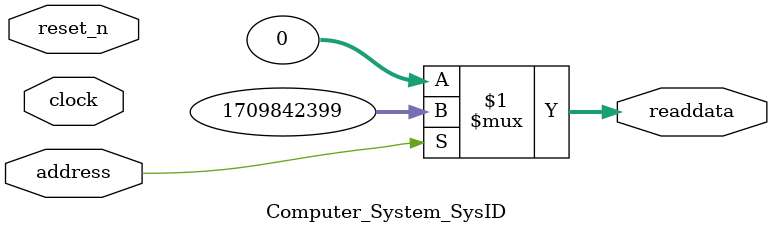
<source format=v>



// synthesis translate_off
`timescale 1ns / 1ps
// synthesis translate_on

// turn off superfluous verilog processor warnings 
// altera message_level Level1 
// altera message_off 10034 10035 10036 10037 10230 10240 10030 

module Computer_System_SysID (
               // inputs:
                address,
                clock,
                reset_n,

               // outputs:
                readdata
             )
;

  output  [ 31: 0] readdata;
  input            address;
  input            clock;
  input            reset_n;

  wire    [ 31: 0] readdata;
  //control_slave, which is an e_avalon_slave
  assign readdata = address ? 1709842399 : 0;

endmodule



</source>
